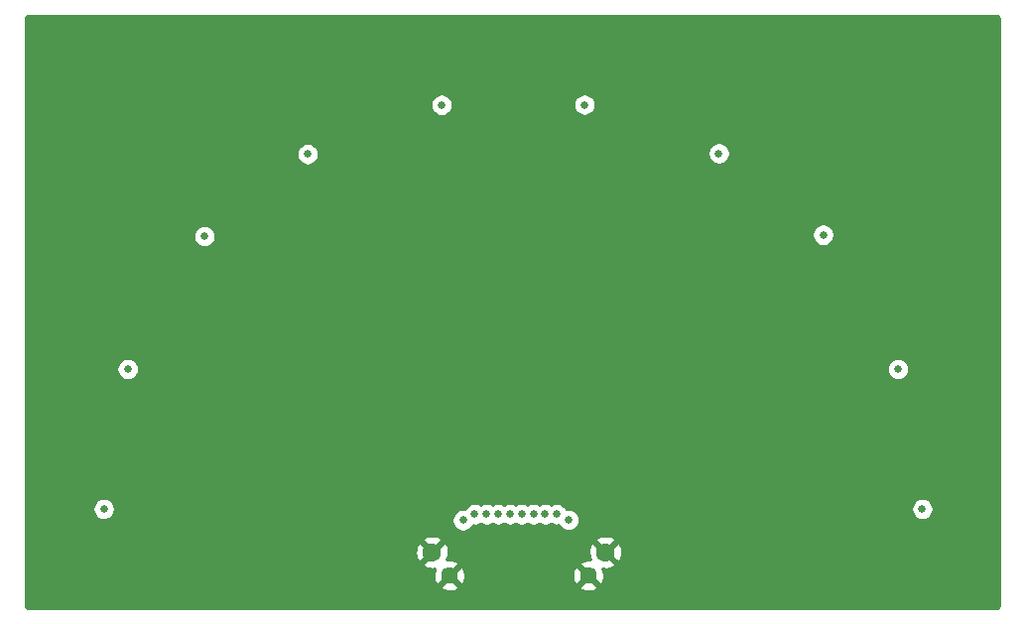
<source format=gbr>
G04 #@! TF.GenerationSoftware,KiCad,Pcbnew,(5.1.5)-3*
G04 #@! TF.CreationDate,2020-01-15T16:09:59-07:00*
G04 #@! TF.ProjectId,Station06,53746174-696f-46e3-9036-2e6b69636164,rev?*
G04 #@! TF.SameCoordinates,Original*
G04 #@! TF.FileFunction,Copper,L3,Inr*
G04 #@! TF.FilePolarity,Positive*
%FSLAX46Y46*%
G04 Gerber Fmt 4.6, Leading zero omitted, Abs format (unit mm)*
G04 Created by KiCad (PCBNEW (5.1.5)-3) date 2020-01-15 16:09:59*
%MOMM*%
%LPD*%
G04 APERTURE LIST*
%ADD10C,1.450000*%
%ADD11C,1.600000*%
%ADD12C,0.635000*%
%ADD13C,1.270000*%
%ADD14C,0.254000*%
G04 APERTURE END LIST*
D10*
X134580000Y-100740000D03*
X146420000Y-100740000D03*
D11*
X133105000Y-98740000D03*
X147895000Y-98740000D03*
D12*
X147290000Y-95040000D03*
X150238000Y-95028000D03*
X152982000Y-94943000D03*
X155727000Y-94857000D03*
X158471000Y-94771000D03*
X161215000Y-94685000D03*
X163960000Y-94600000D03*
X166704000Y-94514000D03*
X169448000Y-94428000D03*
X172193000Y-94342000D03*
X147495000Y-96714000D03*
X150239000Y-96628000D03*
X152983000Y-96543000D03*
X155728000Y-96457000D03*
X158472000Y-96371000D03*
X161216000Y-96285000D03*
X163961000Y-96200000D03*
X166705000Y-96114000D03*
X169449000Y-96028000D03*
X172194000Y-95942000D03*
X169906000Y-83528000D03*
X167259000Y-84652000D03*
X164612000Y-85775000D03*
X161966000Y-86899000D03*
X159319000Y-88022000D03*
X156672000Y-89146000D03*
X154025000Y-90269000D03*
X151378000Y-91393000D03*
X148731000Y-92517000D03*
X146050000Y-93640000D03*
X167884000Y-86125000D03*
X165238000Y-87248000D03*
X162591000Y-88372000D03*
X159944000Y-89495000D03*
X157297000Y-90619000D03*
X154650000Y-91742000D03*
X152003000Y-92866000D03*
X149356000Y-93989000D03*
X144330000Y-92760000D03*
X153986000Y-69941000D03*
X152547000Y-72740000D03*
X151109000Y-75540000D03*
X149670000Y-78339000D03*
X148232000Y-81138000D03*
X146793000Y-83937000D03*
X145354000Y-86737000D03*
X143916000Y-89536000D03*
X142330000Y-92280000D03*
X155409000Y-70673000D03*
X153970000Y-73472000D03*
X152532000Y-76271000D03*
X151093000Y-79070000D03*
X149655000Y-81869000D03*
X148216000Y-84669000D03*
X146777000Y-87468000D03*
X145339000Y-90267000D03*
X144822000Y-63603000D03*
X144335000Y-66781000D03*
X143849000Y-69959000D03*
X143363000Y-73136000D03*
X142877000Y-76314000D03*
X142390000Y-79491000D03*
X141904000Y-82669000D03*
X141418000Y-85846000D03*
X140932000Y-89024000D03*
X140260000Y-92190000D03*
X146403000Y-63845000D03*
X145917000Y-67023000D03*
X144458000Y-76556000D03*
X144944000Y-73378000D03*
X145431000Y-70201000D03*
X143972000Y-79733000D03*
X143486000Y-82911000D03*
X142999000Y-86088000D03*
X142513000Y-89266000D03*
X133648000Y-63883000D03*
X134179000Y-67058000D03*
X134711000Y-70232000D03*
X135242000Y-73407000D03*
X135773000Y-76582000D03*
X136304000Y-79757000D03*
X136836000Y-82932000D03*
X137367000Y-86107000D03*
X137898000Y-89282000D03*
X138250000Y-92500000D03*
X135226000Y-63619000D03*
X135757000Y-66793000D03*
X136289000Y-69968000D03*
X136820000Y-73143000D03*
X137351000Y-76318000D03*
X137883000Y-79493000D03*
X138414000Y-82668000D03*
X138945000Y-85843000D03*
X139476000Y-89018000D03*
X123248000Y-67931000D03*
X124727000Y-70726000D03*
X126207000Y-73520000D03*
X127686000Y-76314000D03*
X129166000Y-79109000D03*
X130645000Y-81903000D03*
X132125000Y-84697000D03*
X133604000Y-87491000D03*
X135084000Y-90286000D03*
X136480000Y-93070000D03*
X126141000Y-69977000D03*
X127621000Y-72771000D03*
X129100000Y-75566000D03*
X130580000Y-78360000D03*
X132059000Y-81154000D03*
X133539000Y-83948000D03*
X135018000Y-86743000D03*
X136498000Y-89537000D03*
X107866000Y-95924000D03*
X110652000Y-96012000D03*
X113438000Y-96099000D03*
X116224000Y-96187000D03*
X119009000Y-96274000D03*
X121795000Y-96362000D03*
X124581000Y-96449000D03*
X127367000Y-96537000D03*
X130153000Y-96625000D03*
X132939000Y-96712000D03*
X107916000Y-94325000D03*
X110702000Y-94412000D03*
X113488000Y-94500000D03*
X116274000Y-94588000D03*
X119060000Y-94675000D03*
X121846000Y-94763000D03*
X124632000Y-94850000D03*
X127417000Y-94938000D03*
X130203000Y-95025000D03*
X112220000Y-86106000D03*
X114911000Y-87232000D03*
X117602000Y-88357000D03*
X120294000Y-89483000D03*
X122985000Y-90609000D03*
X125676000Y-91735000D03*
X128367000Y-92861000D03*
X131059000Y-93986000D03*
X133750000Y-95112000D03*
X110146000Y-83504000D03*
X115528000Y-85756000D03*
X118220000Y-86881000D03*
X120911000Y-88007000D03*
X123602000Y-89133000D03*
X126294000Y-90259000D03*
X112837000Y-84630000D03*
X128985000Y-91385000D03*
X131676000Y-92510000D03*
X156870000Y-67740000D03*
X117509000Y-76663000D03*
X119696000Y-78820000D03*
X121882000Y-80976000D03*
X124069000Y-83132000D03*
X126255000Y-85288000D03*
X128442000Y-87445000D03*
X130629000Y-89601000D03*
X132815000Y-91757000D03*
X135002000Y-93913000D03*
X116446000Y-73368000D03*
X118633000Y-75524000D03*
X120819000Y-77680000D03*
X123006000Y-79837000D03*
X125192000Y-81993000D03*
X127379000Y-84149000D03*
X129565000Y-86305000D03*
X131752000Y-88462000D03*
X133939000Y-90618000D03*
X161611000Y-75439000D03*
X159453000Y-77605000D03*
X157294000Y-79772000D03*
X155135000Y-81938000D03*
X152977000Y-84104000D03*
X150818000Y-86270000D03*
X148659000Y-88437000D03*
X146501000Y-90603000D03*
X144342000Y-92769000D03*
X162745000Y-76569000D03*
X160586000Y-78735000D03*
X158427000Y-80901000D03*
X156269000Y-83067000D03*
X154110000Y-85234000D03*
X151951000Y-87400000D03*
X147634000Y-91732000D03*
X149793000Y-89566000D03*
X163770000Y-73273000D03*
X172862240Y-83126580D03*
X157576520Y-64709040D03*
X174937420Y-95056960D03*
X146113500Y-60553600D03*
X166480000Y-71660000D03*
X105102660Y-95051880D03*
X107139740Y-83129120D03*
X136750000Y-95500000D03*
X122481340Y-64770000D03*
X138750000Y-95500000D03*
X135750000Y-96010000D03*
X133918960Y-60568840D03*
X139750000Y-95500000D03*
D13*
X173908000Y-92340000D03*
X171703000Y-79833000D03*
X165353000Y-68834000D03*
X155624000Y-60671000D03*
X143690000Y-56327000D03*
X130990000Y-56327000D03*
X119056000Y-60671000D03*
X109327000Y-68834000D03*
X102977000Y-79833000D03*
X100772000Y-97660000D03*
X106092000Y-97660000D03*
X100772000Y-92340000D03*
X106092000Y-92340000D03*
X108297000Y-79833000D03*
X102977000Y-85153000D03*
X108297000Y-85153000D03*
X114647000Y-68834000D03*
X109327000Y-74154000D03*
X114647000Y-74154000D03*
X124376000Y-60671000D03*
X119056000Y-65991000D03*
X124376000Y-65991000D03*
X136310000Y-56327000D03*
X130990000Y-61647000D03*
X136310000Y-61647000D03*
X149010000Y-56327000D03*
X143690000Y-61647000D03*
X149010000Y-61647000D03*
X160944000Y-60671000D03*
X155624000Y-65991000D03*
X160944000Y-65991000D03*
X170673000Y-68834000D03*
X165353000Y-74154000D03*
D12*
X113690000Y-71790000D03*
X137750000Y-95500000D03*
X144750000Y-96000000D03*
X143750000Y-95500000D03*
X142750000Y-95500000D03*
X141750000Y-95500000D03*
X140750000Y-95500000D03*
D13*
X170673000Y-74154000D03*
X177023000Y-79833000D03*
X171703000Y-85153000D03*
X177023000Y-85153000D03*
X179228000Y-92340000D03*
X173908000Y-97660000D03*
X179228000Y-97660000D03*
D14*
G36*
X181386867Y-53004819D02*
G01*
X181403092Y-53009718D01*
X181418053Y-53017672D01*
X181431189Y-53028386D01*
X181441988Y-53041441D01*
X181450049Y-53056349D01*
X181455062Y-53072541D01*
X181460000Y-53119525D01*
X181460001Y-103357708D01*
X181455181Y-103406868D01*
X181450283Y-103423091D01*
X181442326Y-103438055D01*
X181431615Y-103451188D01*
X181418559Y-103461989D01*
X181403652Y-103470049D01*
X181387459Y-103475062D01*
X181340475Y-103480000D01*
X98572281Y-103480000D01*
X98523132Y-103475181D01*
X98506909Y-103470283D01*
X98491945Y-103462326D01*
X98478812Y-103451615D01*
X98468011Y-103438559D01*
X98459951Y-103423652D01*
X98454938Y-103407459D01*
X98450000Y-103360475D01*
X98450000Y-101679133D01*
X133820472Y-101679133D01*
X133882965Y-101915450D01*
X134125678Y-102028850D01*
X134385849Y-102092719D01*
X134653482Y-102104604D01*
X134918291Y-102064048D01*
X135170100Y-101972609D01*
X135277035Y-101915450D01*
X135339528Y-101679133D01*
X145660472Y-101679133D01*
X145722965Y-101915450D01*
X145965678Y-102028850D01*
X146225849Y-102092719D01*
X146493482Y-102104604D01*
X146758291Y-102064048D01*
X147010100Y-101972609D01*
X147117035Y-101915450D01*
X147179528Y-101679133D01*
X146420000Y-100919605D01*
X145660472Y-101679133D01*
X135339528Y-101679133D01*
X134580000Y-100919605D01*
X133820472Y-101679133D01*
X98450000Y-101679133D01*
X98450000Y-99732702D01*
X132291903Y-99732702D01*
X132363486Y-99976671D01*
X132618996Y-100097571D01*
X132893184Y-100166300D01*
X133175512Y-100180217D01*
X133352689Y-100153965D01*
X133291150Y-100285678D01*
X133227281Y-100545849D01*
X133215396Y-100813482D01*
X133255952Y-101078291D01*
X133347391Y-101330100D01*
X133404550Y-101437035D01*
X133640867Y-101499528D01*
X134400395Y-100740000D01*
X134759605Y-100740000D01*
X135519133Y-101499528D01*
X135755450Y-101437035D01*
X135868850Y-101194322D01*
X135932719Y-100934151D01*
X135938077Y-100813482D01*
X145055396Y-100813482D01*
X145095952Y-101078291D01*
X145187391Y-101330100D01*
X145244550Y-101437035D01*
X145480867Y-101499528D01*
X146240395Y-100740000D01*
X145480867Y-99980472D01*
X145244550Y-100042965D01*
X145131150Y-100285678D01*
X145067281Y-100545849D01*
X145055396Y-100813482D01*
X135938077Y-100813482D01*
X135944604Y-100666518D01*
X135904048Y-100401709D01*
X135812609Y-100149900D01*
X135755450Y-100042965D01*
X135519133Y-99980472D01*
X134759605Y-100740000D01*
X134400395Y-100740000D01*
X134386253Y-100725858D01*
X134565858Y-100546253D01*
X134580000Y-100560395D01*
X135339528Y-99800867D01*
X145660472Y-99800867D01*
X146420000Y-100560395D01*
X146434143Y-100546253D01*
X146613748Y-100725858D01*
X146599605Y-100740000D01*
X147359133Y-101499528D01*
X147595450Y-101437035D01*
X147708850Y-101194322D01*
X147772719Y-100934151D01*
X147784604Y-100666518D01*
X147744048Y-100401709D01*
X147656099Y-100159511D01*
X147683184Y-100166300D01*
X147965512Y-100180217D01*
X148245130Y-100138787D01*
X148511292Y-100043603D01*
X148636514Y-99976671D01*
X148708097Y-99732702D01*
X147895000Y-98919605D01*
X147880858Y-98933748D01*
X147701253Y-98754143D01*
X147715395Y-98740000D01*
X148074605Y-98740000D01*
X148887702Y-99553097D01*
X149131671Y-99481514D01*
X149252571Y-99226004D01*
X149321300Y-98951816D01*
X149335217Y-98669488D01*
X149293787Y-98389870D01*
X149198603Y-98123708D01*
X149131671Y-97998486D01*
X148887702Y-97926903D01*
X148074605Y-98740000D01*
X147715395Y-98740000D01*
X146902298Y-97926903D01*
X146658329Y-97998486D01*
X146537429Y-98253996D01*
X146468700Y-98528184D01*
X146454783Y-98810512D01*
X146496213Y-99090130D01*
X146591397Y-99356292D01*
X146607810Y-99386999D01*
X146346518Y-99375396D01*
X146081709Y-99415952D01*
X145829900Y-99507391D01*
X145722965Y-99564550D01*
X145660472Y-99800867D01*
X135339528Y-99800867D01*
X135277035Y-99564550D01*
X135034322Y-99451150D01*
X134774151Y-99387281D01*
X134506518Y-99375396D01*
X134382927Y-99394324D01*
X134462571Y-99226004D01*
X134531300Y-98951816D01*
X134545217Y-98669488D01*
X134503787Y-98389870D01*
X134408603Y-98123708D01*
X134341671Y-97998486D01*
X134097702Y-97926903D01*
X133284605Y-98740000D01*
X133298748Y-98754143D01*
X133119143Y-98933748D01*
X133105000Y-98919605D01*
X132291903Y-99732702D01*
X98450000Y-99732702D01*
X98450000Y-98810512D01*
X131664783Y-98810512D01*
X131706213Y-99090130D01*
X131801397Y-99356292D01*
X131868329Y-99481514D01*
X132112298Y-99553097D01*
X132925395Y-98740000D01*
X132112298Y-97926903D01*
X131868329Y-97998486D01*
X131747429Y-98253996D01*
X131678700Y-98528184D01*
X131664783Y-98810512D01*
X98450000Y-98810512D01*
X98450000Y-97747298D01*
X132291903Y-97747298D01*
X133105000Y-98560395D01*
X133918097Y-97747298D01*
X147081903Y-97747298D01*
X147895000Y-98560395D01*
X148708097Y-97747298D01*
X148636514Y-97503329D01*
X148381004Y-97382429D01*
X148106816Y-97313700D01*
X147824488Y-97299783D01*
X147544870Y-97341213D01*
X147278708Y-97436397D01*
X147153486Y-97503329D01*
X147081903Y-97747298D01*
X133918097Y-97747298D01*
X133846514Y-97503329D01*
X133591004Y-97382429D01*
X133316816Y-97313700D01*
X133034488Y-97299783D01*
X132754870Y-97341213D01*
X132488708Y-97436397D01*
X132363486Y-97503329D01*
X132291903Y-97747298D01*
X98450000Y-97747298D01*
X98450000Y-94958067D01*
X104150160Y-94958067D01*
X104150160Y-95145693D01*
X104186764Y-95329714D01*
X104258565Y-95503058D01*
X104362805Y-95659064D01*
X104495476Y-95791735D01*
X104651482Y-95895975D01*
X104824826Y-95967776D01*
X105008847Y-96004380D01*
X105196473Y-96004380D01*
X105380494Y-95967776D01*
X105505041Y-95916187D01*
X134797500Y-95916187D01*
X134797500Y-96103813D01*
X134834104Y-96287834D01*
X134905905Y-96461178D01*
X135010145Y-96617184D01*
X135142816Y-96749855D01*
X135298822Y-96854095D01*
X135472166Y-96925896D01*
X135656187Y-96962500D01*
X135843813Y-96962500D01*
X136027834Y-96925896D01*
X136201178Y-96854095D01*
X136357184Y-96749855D01*
X136489855Y-96617184D01*
X136594095Y-96461178D01*
X136602142Y-96441750D01*
X136656187Y-96452500D01*
X136843813Y-96452500D01*
X137027834Y-96415896D01*
X137201178Y-96344095D01*
X137250000Y-96311473D01*
X137298822Y-96344095D01*
X137472166Y-96415896D01*
X137656187Y-96452500D01*
X137843813Y-96452500D01*
X138027834Y-96415896D01*
X138201178Y-96344095D01*
X138250000Y-96311473D01*
X138298822Y-96344095D01*
X138472166Y-96415896D01*
X138656187Y-96452500D01*
X138843813Y-96452500D01*
X139027834Y-96415896D01*
X139201178Y-96344095D01*
X139250000Y-96311473D01*
X139298822Y-96344095D01*
X139472166Y-96415896D01*
X139656187Y-96452500D01*
X139843813Y-96452500D01*
X140027834Y-96415896D01*
X140201178Y-96344095D01*
X140250000Y-96311473D01*
X140298822Y-96344095D01*
X140472166Y-96415896D01*
X140656187Y-96452500D01*
X140843813Y-96452500D01*
X141027834Y-96415896D01*
X141201178Y-96344095D01*
X141250000Y-96311473D01*
X141298822Y-96344095D01*
X141472166Y-96415896D01*
X141656187Y-96452500D01*
X141843813Y-96452500D01*
X142027834Y-96415896D01*
X142201178Y-96344095D01*
X142250000Y-96311473D01*
X142298822Y-96344095D01*
X142472166Y-96415896D01*
X142656187Y-96452500D01*
X142843813Y-96452500D01*
X143027834Y-96415896D01*
X143201178Y-96344095D01*
X143250000Y-96311473D01*
X143298822Y-96344095D01*
X143472166Y-96415896D01*
X143656187Y-96452500D01*
X143843813Y-96452500D01*
X143901684Y-96440989D01*
X143905905Y-96451178D01*
X144010145Y-96607184D01*
X144142816Y-96739855D01*
X144298822Y-96844095D01*
X144472166Y-96915896D01*
X144656187Y-96952500D01*
X144843813Y-96952500D01*
X145027834Y-96915896D01*
X145201178Y-96844095D01*
X145357184Y-96739855D01*
X145489855Y-96607184D01*
X145594095Y-96451178D01*
X145665896Y-96277834D01*
X145702500Y-96093813D01*
X145702500Y-95906187D01*
X145665896Y-95722166D01*
X145594095Y-95548822D01*
X145489855Y-95392816D01*
X145357184Y-95260145D01*
X145201178Y-95155905D01*
X145027834Y-95084104D01*
X144843813Y-95047500D01*
X144656187Y-95047500D01*
X144598316Y-95059011D01*
X144594095Y-95048822D01*
X144536849Y-94963147D01*
X173984920Y-94963147D01*
X173984920Y-95150773D01*
X174021524Y-95334794D01*
X174093325Y-95508138D01*
X174197565Y-95664144D01*
X174330236Y-95796815D01*
X174486242Y-95901055D01*
X174659586Y-95972856D01*
X174843607Y-96009460D01*
X175031233Y-96009460D01*
X175215254Y-95972856D01*
X175388598Y-95901055D01*
X175544604Y-95796815D01*
X175677275Y-95664144D01*
X175781515Y-95508138D01*
X175853316Y-95334794D01*
X175889920Y-95150773D01*
X175889920Y-94963147D01*
X175853316Y-94779126D01*
X175781515Y-94605782D01*
X175677275Y-94449776D01*
X175544604Y-94317105D01*
X175388598Y-94212865D01*
X175215254Y-94141064D01*
X175031233Y-94104460D01*
X174843607Y-94104460D01*
X174659586Y-94141064D01*
X174486242Y-94212865D01*
X174330236Y-94317105D01*
X174197565Y-94449776D01*
X174093325Y-94605782D01*
X174021524Y-94779126D01*
X173984920Y-94963147D01*
X144536849Y-94963147D01*
X144489855Y-94892816D01*
X144357184Y-94760145D01*
X144201178Y-94655905D01*
X144027834Y-94584104D01*
X143843813Y-94547500D01*
X143656187Y-94547500D01*
X143472166Y-94584104D01*
X143298822Y-94655905D01*
X143250000Y-94688527D01*
X143201178Y-94655905D01*
X143027834Y-94584104D01*
X142843813Y-94547500D01*
X142656187Y-94547500D01*
X142472166Y-94584104D01*
X142298822Y-94655905D01*
X142250000Y-94688527D01*
X142201178Y-94655905D01*
X142027834Y-94584104D01*
X141843813Y-94547500D01*
X141656187Y-94547500D01*
X141472166Y-94584104D01*
X141298822Y-94655905D01*
X141250000Y-94688527D01*
X141201178Y-94655905D01*
X141027834Y-94584104D01*
X140843813Y-94547500D01*
X140656187Y-94547500D01*
X140472166Y-94584104D01*
X140298822Y-94655905D01*
X140250000Y-94688527D01*
X140201178Y-94655905D01*
X140027834Y-94584104D01*
X139843813Y-94547500D01*
X139656187Y-94547500D01*
X139472166Y-94584104D01*
X139298822Y-94655905D01*
X139250000Y-94688527D01*
X139201178Y-94655905D01*
X139027834Y-94584104D01*
X138843813Y-94547500D01*
X138656187Y-94547500D01*
X138472166Y-94584104D01*
X138298822Y-94655905D01*
X138250000Y-94688527D01*
X138201178Y-94655905D01*
X138027834Y-94584104D01*
X137843813Y-94547500D01*
X137656187Y-94547500D01*
X137472166Y-94584104D01*
X137298822Y-94655905D01*
X137250000Y-94688527D01*
X137201178Y-94655905D01*
X137027834Y-94584104D01*
X136843813Y-94547500D01*
X136656187Y-94547500D01*
X136472166Y-94584104D01*
X136298822Y-94655905D01*
X136142816Y-94760145D01*
X136010145Y-94892816D01*
X135905905Y-95048822D01*
X135897858Y-95068250D01*
X135843813Y-95057500D01*
X135656187Y-95057500D01*
X135472166Y-95094104D01*
X135298822Y-95165905D01*
X135142816Y-95270145D01*
X135010145Y-95402816D01*
X134905905Y-95558822D01*
X134834104Y-95732166D01*
X134797500Y-95916187D01*
X105505041Y-95916187D01*
X105553838Y-95895975D01*
X105709844Y-95791735D01*
X105842515Y-95659064D01*
X105946755Y-95503058D01*
X106018556Y-95329714D01*
X106055160Y-95145693D01*
X106055160Y-94958067D01*
X106018556Y-94774046D01*
X105946755Y-94600702D01*
X105842515Y-94444696D01*
X105709844Y-94312025D01*
X105553838Y-94207785D01*
X105380494Y-94135984D01*
X105196473Y-94099380D01*
X105008847Y-94099380D01*
X104824826Y-94135984D01*
X104651482Y-94207785D01*
X104495476Y-94312025D01*
X104362805Y-94444696D01*
X104258565Y-94600702D01*
X104186764Y-94774046D01*
X104150160Y-94958067D01*
X98450000Y-94958067D01*
X98450000Y-83035307D01*
X106187240Y-83035307D01*
X106187240Y-83222933D01*
X106223844Y-83406954D01*
X106295645Y-83580298D01*
X106399885Y-83736304D01*
X106532556Y-83868975D01*
X106688562Y-83973215D01*
X106861906Y-84045016D01*
X107045927Y-84081620D01*
X107233553Y-84081620D01*
X107417574Y-84045016D01*
X107590918Y-83973215D01*
X107746924Y-83868975D01*
X107879595Y-83736304D01*
X107983835Y-83580298D01*
X108055636Y-83406954D01*
X108092240Y-83222933D01*
X108092240Y-83035307D01*
X108091735Y-83032767D01*
X171909740Y-83032767D01*
X171909740Y-83220393D01*
X171946344Y-83404414D01*
X172018145Y-83577758D01*
X172122385Y-83733764D01*
X172255056Y-83866435D01*
X172411062Y-83970675D01*
X172584406Y-84042476D01*
X172768427Y-84079080D01*
X172956053Y-84079080D01*
X173140074Y-84042476D01*
X173313418Y-83970675D01*
X173469424Y-83866435D01*
X173602095Y-83733764D01*
X173706335Y-83577758D01*
X173778136Y-83404414D01*
X173814740Y-83220393D01*
X173814740Y-83032767D01*
X173778136Y-82848746D01*
X173706335Y-82675402D01*
X173602095Y-82519396D01*
X173469424Y-82386725D01*
X173313418Y-82282485D01*
X173140074Y-82210684D01*
X172956053Y-82174080D01*
X172768427Y-82174080D01*
X172584406Y-82210684D01*
X172411062Y-82282485D01*
X172255056Y-82386725D01*
X172122385Y-82519396D01*
X172018145Y-82675402D01*
X171946344Y-82848746D01*
X171909740Y-83032767D01*
X108091735Y-83032767D01*
X108055636Y-82851286D01*
X107983835Y-82677942D01*
X107879595Y-82521936D01*
X107746924Y-82389265D01*
X107590918Y-82285025D01*
X107417574Y-82213224D01*
X107233553Y-82176620D01*
X107045927Y-82176620D01*
X106861906Y-82213224D01*
X106688562Y-82285025D01*
X106532556Y-82389265D01*
X106399885Y-82521936D01*
X106295645Y-82677942D01*
X106223844Y-82851286D01*
X106187240Y-83035307D01*
X98450000Y-83035307D01*
X98450000Y-71696187D01*
X112737500Y-71696187D01*
X112737500Y-71883813D01*
X112774104Y-72067834D01*
X112845905Y-72241178D01*
X112950145Y-72397184D01*
X113082816Y-72529855D01*
X113238822Y-72634095D01*
X113412166Y-72705896D01*
X113596187Y-72742500D01*
X113783813Y-72742500D01*
X113967834Y-72705896D01*
X114141178Y-72634095D01*
X114297184Y-72529855D01*
X114429855Y-72397184D01*
X114534095Y-72241178D01*
X114605896Y-72067834D01*
X114642500Y-71883813D01*
X114642500Y-71696187D01*
X114616642Y-71566187D01*
X165527500Y-71566187D01*
X165527500Y-71753813D01*
X165564104Y-71937834D01*
X165635905Y-72111178D01*
X165740145Y-72267184D01*
X165872816Y-72399855D01*
X166028822Y-72504095D01*
X166202166Y-72575896D01*
X166386187Y-72612500D01*
X166573813Y-72612500D01*
X166757834Y-72575896D01*
X166931178Y-72504095D01*
X167087184Y-72399855D01*
X167219855Y-72267184D01*
X167324095Y-72111178D01*
X167395896Y-71937834D01*
X167432500Y-71753813D01*
X167432500Y-71566187D01*
X167395896Y-71382166D01*
X167324095Y-71208822D01*
X167219855Y-71052816D01*
X167087184Y-70920145D01*
X166931178Y-70815905D01*
X166757834Y-70744104D01*
X166573813Y-70707500D01*
X166386187Y-70707500D01*
X166202166Y-70744104D01*
X166028822Y-70815905D01*
X165872816Y-70920145D01*
X165740145Y-71052816D01*
X165635905Y-71208822D01*
X165564104Y-71382166D01*
X165527500Y-71566187D01*
X114616642Y-71566187D01*
X114605896Y-71512166D01*
X114534095Y-71338822D01*
X114429855Y-71182816D01*
X114297184Y-71050145D01*
X114141178Y-70945905D01*
X113967834Y-70874104D01*
X113783813Y-70837500D01*
X113596187Y-70837500D01*
X113412166Y-70874104D01*
X113238822Y-70945905D01*
X113082816Y-71050145D01*
X112950145Y-71182816D01*
X112845905Y-71338822D01*
X112774104Y-71512166D01*
X112737500Y-71696187D01*
X98450000Y-71696187D01*
X98450000Y-64676187D01*
X121528840Y-64676187D01*
X121528840Y-64863813D01*
X121565444Y-65047834D01*
X121637245Y-65221178D01*
X121741485Y-65377184D01*
X121874156Y-65509855D01*
X122030162Y-65614095D01*
X122203506Y-65685896D01*
X122387527Y-65722500D01*
X122575153Y-65722500D01*
X122759174Y-65685896D01*
X122932518Y-65614095D01*
X123088524Y-65509855D01*
X123221195Y-65377184D01*
X123325435Y-65221178D01*
X123397236Y-65047834D01*
X123433840Y-64863813D01*
X123433840Y-64676187D01*
X123421715Y-64615227D01*
X156624020Y-64615227D01*
X156624020Y-64802853D01*
X156660624Y-64986874D01*
X156732425Y-65160218D01*
X156836665Y-65316224D01*
X156969336Y-65448895D01*
X157125342Y-65553135D01*
X157298686Y-65624936D01*
X157482707Y-65661540D01*
X157670333Y-65661540D01*
X157854354Y-65624936D01*
X158027698Y-65553135D01*
X158183704Y-65448895D01*
X158316375Y-65316224D01*
X158420615Y-65160218D01*
X158492416Y-64986874D01*
X158529020Y-64802853D01*
X158529020Y-64615227D01*
X158492416Y-64431206D01*
X158420615Y-64257862D01*
X158316375Y-64101856D01*
X158183704Y-63969185D01*
X158027698Y-63864945D01*
X157854354Y-63793144D01*
X157670333Y-63756540D01*
X157482707Y-63756540D01*
X157298686Y-63793144D01*
X157125342Y-63864945D01*
X156969336Y-63969185D01*
X156836665Y-64101856D01*
X156732425Y-64257862D01*
X156660624Y-64431206D01*
X156624020Y-64615227D01*
X123421715Y-64615227D01*
X123397236Y-64492166D01*
X123325435Y-64318822D01*
X123221195Y-64162816D01*
X123088524Y-64030145D01*
X122932518Y-63925905D01*
X122759174Y-63854104D01*
X122575153Y-63817500D01*
X122387527Y-63817500D01*
X122203506Y-63854104D01*
X122030162Y-63925905D01*
X121874156Y-64030145D01*
X121741485Y-64162816D01*
X121637245Y-64318822D01*
X121565444Y-64492166D01*
X121528840Y-64676187D01*
X98450000Y-64676187D01*
X98450000Y-60475027D01*
X132966460Y-60475027D01*
X132966460Y-60662653D01*
X133003064Y-60846674D01*
X133074865Y-61020018D01*
X133179105Y-61176024D01*
X133311776Y-61308695D01*
X133467782Y-61412935D01*
X133641126Y-61484736D01*
X133825147Y-61521340D01*
X134012773Y-61521340D01*
X134196794Y-61484736D01*
X134370138Y-61412935D01*
X134526144Y-61308695D01*
X134658815Y-61176024D01*
X134763055Y-61020018D01*
X134834856Y-60846674D01*
X134871460Y-60662653D01*
X134871460Y-60475027D01*
X134868429Y-60459787D01*
X145161000Y-60459787D01*
X145161000Y-60647413D01*
X145197604Y-60831434D01*
X145269405Y-61004778D01*
X145373645Y-61160784D01*
X145506316Y-61293455D01*
X145662322Y-61397695D01*
X145835666Y-61469496D01*
X146019687Y-61506100D01*
X146207313Y-61506100D01*
X146391334Y-61469496D01*
X146564678Y-61397695D01*
X146720684Y-61293455D01*
X146853355Y-61160784D01*
X146957595Y-61004778D01*
X147029396Y-60831434D01*
X147066000Y-60647413D01*
X147066000Y-60459787D01*
X147029396Y-60275766D01*
X146957595Y-60102422D01*
X146853355Y-59946416D01*
X146720684Y-59813745D01*
X146564678Y-59709505D01*
X146391334Y-59637704D01*
X146207313Y-59601100D01*
X146019687Y-59601100D01*
X145835666Y-59637704D01*
X145662322Y-59709505D01*
X145506316Y-59813745D01*
X145373645Y-59946416D01*
X145269405Y-60102422D01*
X145197604Y-60275766D01*
X145161000Y-60459787D01*
X134868429Y-60459787D01*
X134834856Y-60291006D01*
X134763055Y-60117662D01*
X134658815Y-59961656D01*
X134526144Y-59828985D01*
X134370138Y-59724745D01*
X134196794Y-59652944D01*
X134012773Y-59616340D01*
X133825147Y-59616340D01*
X133641126Y-59652944D01*
X133467782Y-59724745D01*
X133311776Y-59828985D01*
X133179105Y-59961656D01*
X133074865Y-60117662D01*
X133003064Y-60291006D01*
X132966460Y-60475027D01*
X98450000Y-60475027D01*
X98450000Y-53122281D01*
X98454819Y-53073133D01*
X98459718Y-53056908D01*
X98467672Y-53041947D01*
X98478386Y-53028811D01*
X98491441Y-53018012D01*
X98506349Y-53009951D01*
X98522541Y-53004938D01*
X98569525Y-53000000D01*
X181337719Y-53000000D01*
X181386867Y-53004819D01*
G37*
X181386867Y-53004819D02*
X181403092Y-53009718D01*
X181418053Y-53017672D01*
X181431189Y-53028386D01*
X181441988Y-53041441D01*
X181450049Y-53056349D01*
X181455062Y-53072541D01*
X181460000Y-53119525D01*
X181460001Y-103357708D01*
X181455181Y-103406868D01*
X181450283Y-103423091D01*
X181442326Y-103438055D01*
X181431615Y-103451188D01*
X181418559Y-103461989D01*
X181403652Y-103470049D01*
X181387459Y-103475062D01*
X181340475Y-103480000D01*
X98572281Y-103480000D01*
X98523132Y-103475181D01*
X98506909Y-103470283D01*
X98491945Y-103462326D01*
X98478812Y-103451615D01*
X98468011Y-103438559D01*
X98459951Y-103423652D01*
X98454938Y-103407459D01*
X98450000Y-103360475D01*
X98450000Y-101679133D01*
X133820472Y-101679133D01*
X133882965Y-101915450D01*
X134125678Y-102028850D01*
X134385849Y-102092719D01*
X134653482Y-102104604D01*
X134918291Y-102064048D01*
X135170100Y-101972609D01*
X135277035Y-101915450D01*
X135339528Y-101679133D01*
X145660472Y-101679133D01*
X145722965Y-101915450D01*
X145965678Y-102028850D01*
X146225849Y-102092719D01*
X146493482Y-102104604D01*
X146758291Y-102064048D01*
X147010100Y-101972609D01*
X147117035Y-101915450D01*
X147179528Y-101679133D01*
X146420000Y-100919605D01*
X145660472Y-101679133D01*
X135339528Y-101679133D01*
X134580000Y-100919605D01*
X133820472Y-101679133D01*
X98450000Y-101679133D01*
X98450000Y-99732702D01*
X132291903Y-99732702D01*
X132363486Y-99976671D01*
X132618996Y-100097571D01*
X132893184Y-100166300D01*
X133175512Y-100180217D01*
X133352689Y-100153965D01*
X133291150Y-100285678D01*
X133227281Y-100545849D01*
X133215396Y-100813482D01*
X133255952Y-101078291D01*
X133347391Y-101330100D01*
X133404550Y-101437035D01*
X133640867Y-101499528D01*
X134400395Y-100740000D01*
X134759605Y-100740000D01*
X135519133Y-101499528D01*
X135755450Y-101437035D01*
X135868850Y-101194322D01*
X135932719Y-100934151D01*
X135938077Y-100813482D01*
X145055396Y-100813482D01*
X145095952Y-101078291D01*
X145187391Y-101330100D01*
X145244550Y-101437035D01*
X145480867Y-101499528D01*
X146240395Y-100740000D01*
X145480867Y-99980472D01*
X145244550Y-100042965D01*
X145131150Y-100285678D01*
X145067281Y-100545849D01*
X145055396Y-100813482D01*
X135938077Y-100813482D01*
X135944604Y-100666518D01*
X135904048Y-100401709D01*
X135812609Y-100149900D01*
X135755450Y-100042965D01*
X135519133Y-99980472D01*
X134759605Y-100740000D01*
X134400395Y-100740000D01*
X134386253Y-100725858D01*
X134565858Y-100546253D01*
X134580000Y-100560395D01*
X135339528Y-99800867D01*
X145660472Y-99800867D01*
X146420000Y-100560395D01*
X146434143Y-100546253D01*
X146613748Y-100725858D01*
X146599605Y-100740000D01*
X147359133Y-101499528D01*
X147595450Y-101437035D01*
X147708850Y-101194322D01*
X147772719Y-100934151D01*
X147784604Y-100666518D01*
X147744048Y-100401709D01*
X147656099Y-100159511D01*
X147683184Y-100166300D01*
X147965512Y-100180217D01*
X148245130Y-100138787D01*
X148511292Y-100043603D01*
X148636514Y-99976671D01*
X148708097Y-99732702D01*
X147895000Y-98919605D01*
X147880858Y-98933748D01*
X147701253Y-98754143D01*
X147715395Y-98740000D01*
X148074605Y-98740000D01*
X148887702Y-99553097D01*
X149131671Y-99481514D01*
X149252571Y-99226004D01*
X149321300Y-98951816D01*
X149335217Y-98669488D01*
X149293787Y-98389870D01*
X149198603Y-98123708D01*
X149131671Y-97998486D01*
X148887702Y-97926903D01*
X148074605Y-98740000D01*
X147715395Y-98740000D01*
X146902298Y-97926903D01*
X146658329Y-97998486D01*
X146537429Y-98253996D01*
X146468700Y-98528184D01*
X146454783Y-98810512D01*
X146496213Y-99090130D01*
X146591397Y-99356292D01*
X146607810Y-99386999D01*
X146346518Y-99375396D01*
X146081709Y-99415952D01*
X145829900Y-99507391D01*
X145722965Y-99564550D01*
X145660472Y-99800867D01*
X135339528Y-99800867D01*
X135277035Y-99564550D01*
X135034322Y-99451150D01*
X134774151Y-99387281D01*
X134506518Y-99375396D01*
X134382927Y-99394324D01*
X134462571Y-99226004D01*
X134531300Y-98951816D01*
X134545217Y-98669488D01*
X134503787Y-98389870D01*
X134408603Y-98123708D01*
X134341671Y-97998486D01*
X134097702Y-97926903D01*
X133284605Y-98740000D01*
X133298748Y-98754143D01*
X133119143Y-98933748D01*
X133105000Y-98919605D01*
X132291903Y-99732702D01*
X98450000Y-99732702D01*
X98450000Y-98810512D01*
X131664783Y-98810512D01*
X131706213Y-99090130D01*
X131801397Y-99356292D01*
X131868329Y-99481514D01*
X132112298Y-99553097D01*
X132925395Y-98740000D01*
X132112298Y-97926903D01*
X131868329Y-97998486D01*
X131747429Y-98253996D01*
X131678700Y-98528184D01*
X131664783Y-98810512D01*
X98450000Y-98810512D01*
X98450000Y-97747298D01*
X132291903Y-97747298D01*
X133105000Y-98560395D01*
X133918097Y-97747298D01*
X147081903Y-97747298D01*
X147895000Y-98560395D01*
X148708097Y-97747298D01*
X148636514Y-97503329D01*
X148381004Y-97382429D01*
X148106816Y-97313700D01*
X147824488Y-97299783D01*
X147544870Y-97341213D01*
X147278708Y-97436397D01*
X147153486Y-97503329D01*
X147081903Y-97747298D01*
X133918097Y-97747298D01*
X133846514Y-97503329D01*
X133591004Y-97382429D01*
X133316816Y-97313700D01*
X133034488Y-97299783D01*
X132754870Y-97341213D01*
X132488708Y-97436397D01*
X132363486Y-97503329D01*
X132291903Y-97747298D01*
X98450000Y-97747298D01*
X98450000Y-94958067D01*
X104150160Y-94958067D01*
X104150160Y-95145693D01*
X104186764Y-95329714D01*
X104258565Y-95503058D01*
X104362805Y-95659064D01*
X104495476Y-95791735D01*
X104651482Y-95895975D01*
X104824826Y-95967776D01*
X105008847Y-96004380D01*
X105196473Y-96004380D01*
X105380494Y-95967776D01*
X105505041Y-95916187D01*
X134797500Y-95916187D01*
X134797500Y-96103813D01*
X134834104Y-96287834D01*
X134905905Y-96461178D01*
X135010145Y-96617184D01*
X135142816Y-96749855D01*
X135298822Y-96854095D01*
X135472166Y-96925896D01*
X135656187Y-96962500D01*
X135843813Y-96962500D01*
X136027834Y-96925896D01*
X136201178Y-96854095D01*
X136357184Y-96749855D01*
X136489855Y-96617184D01*
X136594095Y-96461178D01*
X136602142Y-96441750D01*
X136656187Y-96452500D01*
X136843813Y-96452500D01*
X137027834Y-96415896D01*
X137201178Y-96344095D01*
X137250000Y-96311473D01*
X137298822Y-96344095D01*
X137472166Y-96415896D01*
X137656187Y-96452500D01*
X137843813Y-96452500D01*
X138027834Y-96415896D01*
X138201178Y-96344095D01*
X138250000Y-96311473D01*
X138298822Y-96344095D01*
X138472166Y-96415896D01*
X138656187Y-96452500D01*
X138843813Y-96452500D01*
X139027834Y-96415896D01*
X139201178Y-96344095D01*
X139250000Y-96311473D01*
X139298822Y-96344095D01*
X139472166Y-96415896D01*
X139656187Y-96452500D01*
X139843813Y-96452500D01*
X140027834Y-96415896D01*
X140201178Y-96344095D01*
X140250000Y-96311473D01*
X140298822Y-96344095D01*
X140472166Y-96415896D01*
X140656187Y-96452500D01*
X140843813Y-96452500D01*
X141027834Y-96415896D01*
X141201178Y-96344095D01*
X141250000Y-96311473D01*
X141298822Y-96344095D01*
X141472166Y-96415896D01*
X141656187Y-96452500D01*
X141843813Y-96452500D01*
X142027834Y-96415896D01*
X142201178Y-96344095D01*
X142250000Y-96311473D01*
X142298822Y-96344095D01*
X142472166Y-96415896D01*
X142656187Y-96452500D01*
X142843813Y-96452500D01*
X143027834Y-96415896D01*
X143201178Y-96344095D01*
X143250000Y-96311473D01*
X143298822Y-96344095D01*
X143472166Y-96415896D01*
X143656187Y-96452500D01*
X143843813Y-96452500D01*
X143901684Y-96440989D01*
X143905905Y-96451178D01*
X144010145Y-96607184D01*
X144142816Y-96739855D01*
X144298822Y-96844095D01*
X144472166Y-96915896D01*
X144656187Y-96952500D01*
X144843813Y-96952500D01*
X145027834Y-96915896D01*
X145201178Y-96844095D01*
X145357184Y-96739855D01*
X145489855Y-96607184D01*
X145594095Y-96451178D01*
X145665896Y-96277834D01*
X145702500Y-96093813D01*
X145702500Y-95906187D01*
X145665896Y-95722166D01*
X145594095Y-95548822D01*
X145489855Y-95392816D01*
X145357184Y-95260145D01*
X145201178Y-95155905D01*
X145027834Y-95084104D01*
X144843813Y-95047500D01*
X144656187Y-95047500D01*
X144598316Y-95059011D01*
X144594095Y-95048822D01*
X144536849Y-94963147D01*
X173984920Y-94963147D01*
X173984920Y-95150773D01*
X174021524Y-95334794D01*
X174093325Y-95508138D01*
X174197565Y-95664144D01*
X174330236Y-95796815D01*
X174486242Y-95901055D01*
X174659586Y-95972856D01*
X174843607Y-96009460D01*
X175031233Y-96009460D01*
X175215254Y-95972856D01*
X175388598Y-95901055D01*
X175544604Y-95796815D01*
X175677275Y-95664144D01*
X175781515Y-95508138D01*
X175853316Y-95334794D01*
X175889920Y-95150773D01*
X175889920Y-94963147D01*
X175853316Y-94779126D01*
X175781515Y-94605782D01*
X175677275Y-94449776D01*
X175544604Y-94317105D01*
X175388598Y-94212865D01*
X175215254Y-94141064D01*
X175031233Y-94104460D01*
X174843607Y-94104460D01*
X174659586Y-94141064D01*
X174486242Y-94212865D01*
X174330236Y-94317105D01*
X174197565Y-94449776D01*
X174093325Y-94605782D01*
X174021524Y-94779126D01*
X173984920Y-94963147D01*
X144536849Y-94963147D01*
X144489855Y-94892816D01*
X144357184Y-94760145D01*
X144201178Y-94655905D01*
X144027834Y-94584104D01*
X143843813Y-94547500D01*
X143656187Y-94547500D01*
X143472166Y-94584104D01*
X143298822Y-94655905D01*
X143250000Y-94688527D01*
X143201178Y-94655905D01*
X143027834Y-94584104D01*
X142843813Y-94547500D01*
X142656187Y-94547500D01*
X142472166Y-94584104D01*
X142298822Y-94655905D01*
X142250000Y-94688527D01*
X142201178Y-94655905D01*
X142027834Y-94584104D01*
X141843813Y-94547500D01*
X141656187Y-94547500D01*
X141472166Y-94584104D01*
X141298822Y-94655905D01*
X141250000Y-94688527D01*
X141201178Y-94655905D01*
X141027834Y-94584104D01*
X140843813Y-94547500D01*
X140656187Y-94547500D01*
X140472166Y-94584104D01*
X140298822Y-94655905D01*
X140250000Y-94688527D01*
X140201178Y-94655905D01*
X140027834Y-94584104D01*
X139843813Y-94547500D01*
X139656187Y-94547500D01*
X139472166Y-94584104D01*
X139298822Y-94655905D01*
X139250000Y-94688527D01*
X139201178Y-94655905D01*
X139027834Y-94584104D01*
X138843813Y-94547500D01*
X138656187Y-94547500D01*
X138472166Y-94584104D01*
X138298822Y-94655905D01*
X138250000Y-94688527D01*
X138201178Y-94655905D01*
X138027834Y-94584104D01*
X137843813Y-94547500D01*
X137656187Y-94547500D01*
X137472166Y-94584104D01*
X137298822Y-94655905D01*
X137250000Y-94688527D01*
X137201178Y-94655905D01*
X137027834Y-94584104D01*
X136843813Y-94547500D01*
X136656187Y-94547500D01*
X136472166Y-94584104D01*
X136298822Y-94655905D01*
X136142816Y-94760145D01*
X136010145Y-94892816D01*
X135905905Y-95048822D01*
X135897858Y-95068250D01*
X135843813Y-95057500D01*
X135656187Y-95057500D01*
X135472166Y-95094104D01*
X135298822Y-95165905D01*
X135142816Y-95270145D01*
X135010145Y-95402816D01*
X134905905Y-95558822D01*
X134834104Y-95732166D01*
X134797500Y-95916187D01*
X105505041Y-95916187D01*
X105553838Y-95895975D01*
X105709844Y-95791735D01*
X105842515Y-95659064D01*
X105946755Y-95503058D01*
X106018556Y-95329714D01*
X106055160Y-95145693D01*
X106055160Y-94958067D01*
X106018556Y-94774046D01*
X105946755Y-94600702D01*
X105842515Y-94444696D01*
X105709844Y-94312025D01*
X105553838Y-94207785D01*
X105380494Y-94135984D01*
X105196473Y-94099380D01*
X105008847Y-94099380D01*
X104824826Y-94135984D01*
X104651482Y-94207785D01*
X104495476Y-94312025D01*
X104362805Y-94444696D01*
X104258565Y-94600702D01*
X104186764Y-94774046D01*
X104150160Y-94958067D01*
X98450000Y-94958067D01*
X98450000Y-83035307D01*
X106187240Y-83035307D01*
X106187240Y-83222933D01*
X106223844Y-83406954D01*
X106295645Y-83580298D01*
X106399885Y-83736304D01*
X106532556Y-83868975D01*
X106688562Y-83973215D01*
X106861906Y-84045016D01*
X107045927Y-84081620D01*
X107233553Y-84081620D01*
X107417574Y-84045016D01*
X107590918Y-83973215D01*
X107746924Y-83868975D01*
X107879595Y-83736304D01*
X107983835Y-83580298D01*
X108055636Y-83406954D01*
X108092240Y-83222933D01*
X108092240Y-83035307D01*
X108091735Y-83032767D01*
X171909740Y-83032767D01*
X171909740Y-83220393D01*
X171946344Y-83404414D01*
X172018145Y-83577758D01*
X172122385Y-83733764D01*
X172255056Y-83866435D01*
X172411062Y-83970675D01*
X172584406Y-84042476D01*
X172768427Y-84079080D01*
X172956053Y-84079080D01*
X173140074Y-84042476D01*
X173313418Y-83970675D01*
X173469424Y-83866435D01*
X173602095Y-83733764D01*
X173706335Y-83577758D01*
X173778136Y-83404414D01*
X173814740Y-83220393D01*
X173814740Y-83032767D01*
X173778136Y-82848746D01*
X173706335Y-82675402D01*
X173602095Y-82519396D01*
X173469424Y-82386725D01*
X173313418Y-82282485D01*
X173140074Y-82210684D01*
X172956053Y-82174080D01*
X172768427Y-82174080D01*
X172584406Y-82210684D01*
X172411062Y-82282485D01*
X172255056Y-82386725D01*
X172122385Y-82519396D01*
X172018145Y-82675402D01*
X171946344Y-82848746D01*
X171909740Y-83032767D01*
X108091735Y-83032767D01*
X108055636Y-82851286D01*
X107983835Y-82677942D01*
X107879595Y-82521936D01*
X107746924Y-82389265D01*
X107590918Y-82285025D01*
X107417574Y-82213224D01*
X107233553Y-82176620D01*
X107045927Y-82176620D01*
X106861906Y-82213224D01*
X106688562Y-82285025D01*
X106532556Y-82389265D01*
X106399885Y-82521936D01*
X106295645Y-82677942D01*
X106223844Y-82851286D01*
X106187240Y-83035307D01*
X98450000Y-83035307D01*
X98450000Y-71696187D01*
X112737500Y-71696187D01*
X112737500Y-71883813D01*
X112774104Y-72067834D01*
X112845905Y-72241178D01*
X112950145Y-72397184D01*
X113082816Y-72529855D01*
X113238822Y-72634095D01*
X113412166Y-72705896D01*
X113596187Y-72742500D01*
X113783813Y-72742500D01*
X113967834Y-72705896D01*
X114141178Y-72634095D01*
X114297184Y-72529855D01*
X114429855Y-72397184D01*
X114534095Y-72241178D01*
X114605896Y-72067834D01*
X114642500Y-71883813D01*
X114642500Y-71696187D01*
X114616642Y-71566187D01*
X165527500Y-71566187D01*
X165527500Y-71753813D01*
X165564104Y-71937834D01*
X165635905Y-72111178D01*
X165740145Y-72267184D01*
X165872816Y-72399855D01*
X166028822Y-72504095D01*
X166202166Y-72575896D01*
X166386187Y-72612500D01*
X166573813Y-72612500D01*
X166757834Y-72575896D01*
X166931178Y-72504095D01*
X167087184Y-72399855D01*
X167219855Y-72267184D01*
X167324095Y-72111178D01*
X167395896Y-71937834D01*
X167432500Y-71753813D01*
X167432500Y-71566187D01*
X167395896Y-71382166D01*
X167324095Y-71208822D01*
X167219855Y-71052816D01*
X167087184Y-70920145D01*
X166931178Y-70815905D01*
X166757834Y-70744104D01*
X166573813Y-70707500D01*
X166386187Y-70707500D01*
X166202166Y-70744104D01*
X166028822Y-70815905D01*
X165872816Y-70920145D01*
X165740145Y-71052816D01*
X165635905Y-71208822D01*
X165564104Y-71382166D01*
X165527500Y-71566187D01*
X114616642Y-71566187D01*
X114605896Y-71512166D01*
X114534095Y-71338822D01*
X114429855Y-71182816D01*
X114297184Y-71050145D01*
X114141178Y-70945905D01*
X113967834Y-70874104D01*
X113783813Y-70837500D01*
X113596187Y-70837500D01*
X113412166Y-70874104D01*
X113238822Y-70945905D01*
X113082816Y-71050145D01*
X112950145Y-71182816D01*
X112845905Y-71338822D01*
X112774104Y-71512166D01*
X112737500Y-71696187D01*
X98450000Y-71696187D01*
X98450000Y-64676187D01*
X121528840Y-64676187D01*
X121528840Y-64863813D01*
X121565444Y-65047834D01*
X121637245Y-65221178D01*
X121741485Y-65377184D01*
X121874156Y-65509855D01*
X122030162Y-65614095D01*
X122203506Y-65685896D01*
X122387527Y-65722500D01*
X122575153Y-65722500D01*
X122759174Y-65685896D01*
X122932518Y-65614095D01*
X123088524Y-65509855D01*
X123221195Y-65377184D01*
X123325435Y-65221178D01*
X123397236Y-65047834D01*
X123433840Y-64863813D01*
X123433840Y-64676187D01*
X123421715Y-64615227D01*
X156624020Y-64615227D01*
X156624020Y-64802853D01*
X156660624Y-64986874D01*
X156732425Y-65160218D01*
X156836665Y-65316224D01*
X156969336Y-65448895D01*
X157125342Y-65553135D01*
X157298686Y-65624936D01*
X157482707Y-65661540D01*
X157670333Y-65661540D01*
X157854354Y-65624936D01*
X158027698Y-65553135D01*
X158183704Y-65448895D01*
X158316375Y-65316224D01*
X158420615Y-65160218D01*
X158492416Y-64986874D01*
X158529020Y-64802853D01*
X158529020Y-64615227D01*
X158492416Y-64431206D01*
X158420615Y-64257862D01*
X158316375Y-64101856D01*
X158183704Y-63969185D01*
X158027698Y-63864945D01*
X157854354Y-63793144D01*
X157670333Y-63756540D01*
X157482707Y-63756540D01*
X157298686Y-63793144D01*
X157125342Y-63864945D01*
X156969336Y-63969185D01*
X156836665Y-64101856D01*
X156732425Y-64257862D01*
X156660624Y-64431206D01*
X156624020Y-64615227D01*
X123421715Y-64615227D01*
X123397236Y-64492166D01*
X123325435Y-64318822D01*
X123221195Y-64162816D01*
X123088524Y-64030145D01*
X122932518Y-63925905D01*
X122759174Y-63854104D01*
X122575153Y-63817500D01*
X122387527Y-63817500D01*
X122203506Y-63854104D01*
X122030162Y-63925905D01*
X121874156Y-64030145D01*
X121741485Y-64162816D01*
X121637245Y-64318822D01*
X121565444Y-64492166D01*
X121528840Y-64676187D01*
X98450000Y-64676187D01*
X98450000Y-60475027D01*
X132966460Y-60475027D01*
X132966460Y-60662653D01*
X133003064Y-60846674D01*
X133074865Y-61020018D01*
X133179105Y-61176024D01*
X133311776Y-61308695D01*
X133467782Y-61412935D01*
X133641126Y-61484736D01*
X133825147Y-61521340D01*
X134012773Y-61521340D01*
X134196794Y-61484736D01*
X134370138Y-61412935D01*
X134526144Y-61308695D01*
X134658815Y-61176024D01*
X134763055Y-61020018D01*
X134834856Y-60846674D01*
X134871460Y-60662653D01*
X134871460Y-60475027D01*
X134868429Y-60459787D01*
X145161000Y-60459787D01*
X145161000Y-60647413D01*
X145197604Y-60831434D01*
X145269405Y-61004778D01*
X145373645Y-61160784D01*
X145506316Y-61293455D01*
X145662322Y-61397695D01*
X145835666Y-61469496D01*
X146019687Y-61506100D01*
X146207313Y-61506100D01*
X146391334Y-61469496D01*
X146564678Y-61397695D01*
X146720684Y-61293455D01*
X146853355Y-61160784D01*
X146957595Y-61004778D01*
X147029396Y-60831434D01*
X147066000Y-60647413D01*
X147066000Y-60459787D01*
X147029396Y-60275766D01*
X146957595Y-60102422D01*
X146853355Y-59946416D01*
X146720684Y-59813745D01*
X146564678Y-59709505D01*
X146391334Y-59637704D01*
X146207313Y-59601100D01*
X146019687Y-59601100D01*
X145835666Y-59637704D01*
X145662322Y-59709505D01*
X145506316Y-59813745D01*
X145373645Y-59946416D01*
X145269405Y-60102422D01*
X145197604Y-60275766D01*
X145161000Y-60459787D01*
X134868429Y-60459787D01*
X134834856Y-60291006D01*
X134763055Y-60117662D01*
X134658815Y-59961656D01*
X134526144Y-59828985D01*
X134370138Y-59724745D01*
X134196794Y-59652944D01*
X134012773Y-59616340D01*
X133825147Y-59616340D01*
X133641126Y-59652944D01*
X133467782Y-59724745D01*
X133311776Y-59828985D01*
X133179105Y-59961656D01*
X133074865Y-60117662D01*
X133003064Y-60291006D01*
X132966460Y-60475027D01*
X98450000Y-60475027D01*
X98450000Y-53122281D01*
X98454819Y-53073133D01*
X98459718Y-53056908D01*
X98467672Y-53041947D01*
X98478386Y-53028811D01*
X98491441Y-53018012D01*
X98506349Y-53009951D01*
X98522541Y-53004938D01*
X98569525Y-53000000D01*
X181337719Y-53000000D01*
X181386867Y-53004819D01*
M02*

</source>
